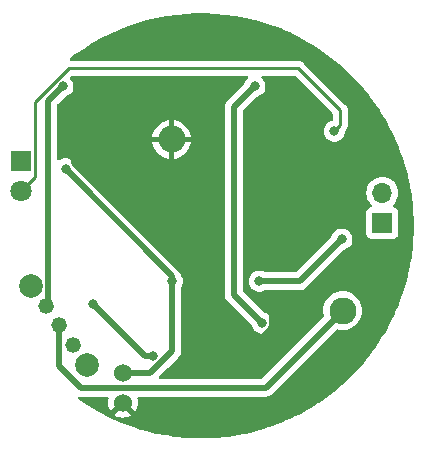
<source format=gbr>
%TF.GenerationSoftware,KiCad,Pcbnew,7.0.9*%
%TF.CreationDate,2024-04-20T20:01:19-07:00*%
%TF.ProjectId,mini_v1,6d696e69-5f76-4312-9e6b-696361645f70,rev?*%
%TF.SameCoordinates,Original*%
%TF.FileFunction,Copper,L1,Top*%
%TF.FilePolarity,Positive*%
%FSLAX46Y46*%
G04 Gerber Fmt 4.6, Leading zero omitted, Abs format (unit mm)*
G04 Created by KiCad (PCBNEW 7.0.9) date 2024-04-20 20:01:19*
%MOMM*%
%LPD*%
G01*
G04 APERTURE LIST*
%TA.AperFunction,ComponentPad*%
%ADD10C,1.800000*%
%TD*%
%TA.AperFunction,ComponentPad*%
%ADD11R,1.800000X1.800000*%
%TD*%
%TA.AperFunction,ComponentPad*%
%ADD12C,1.320800*%
%TD*%
%TA.AperFunction,ComponentPad*%
%ADD13C,2.006600*%
%TD*%
%TA.AperFunction,ComponentPad*%
%ADD14C,1.524000*%
%TD*%
%TA.AperFunction,ComponentPad*%
%ADD15C,2.280000*%
%TD*%
%TA.AperFunction,ComponentPad*%
%ADD16R,1.700000X1.700000*%
%TD*%
%TA.AperFunction,ComponentPad*%
%ADD17O,1.700000X1.700000*%
%TD*%
%TA.AperFunction,ViaPad*%
%ADD18C,0.800000*%
%TD*%
%TA.AperFunction,Conductor*%
%ADD19C,0.250000*%
%TD*%
%TA.AperFunction,Conductor*%
%ADD20C,0.500000*%
%TD*%
G04 APERTURE END LIST*
D10*
%TO.P,D1,2,A*%
%TO.N,/D2*%
X85217000Y-45212000D03*
D11*
%TO.P,D1,1,K*%
%TO.N,Net-(D1-K)*%
X85217000Y-42672000D03*
%TD*%
D12*
%TO.P,SW1,1,A*%
%TO.N,VCC*%
X87311714Y-54934939D03*
%TO.P,SW1,2,B*%
%TO.N,Net-(BT1-+)*%
X88458867Y-56573244D03*
%TO.P,SW1,3,C*%
%TO.N,unconnected-(SW1-C-Pad3)*%
X89606021Y-58211549D03*
D13*
%TO.P,SW1,4*%
%TO.N,N/C*%
X86106000Y-53213000D03*
%TO.P,SW1,5*%
X90811735Y-59933488D03*
%TD*%
D14*
%TO.P,C2,2*%
%TO.N,GND*%
X93853000Y-63119000D03*
%TO.P,C2,1*%
%TO.N,/3V3*%
X93853000Y-60579000D03*
%TD*%
D15*
%TO.P,BT1,1,+*%
%TO.N,Net-(BT1-+)*%
X112467386Y-55317386D03*
%TO.P,BT1,2,-*%
%TO.N,GND*%
X97978768Y-40828768D03*
%TD*%
D16*
%TO.P,J1,1,Pin_1*%
%TO.N,/1{slash}2 3V3*%
X115824000Y-47884000D03*
D17*
%TO.P,J1,2,Pin_2*%
%TO.N,/Piezo+*%
X115824000Y-45344000D03*
%TD*%
D18*
%TO.N,/D2*%
X111760000Y-40132000D03*
%TO.N,GND*%
X105664000Y-54356000D03*
X89718000Y-39045000D03*
%TO.N,/3V3*%
X89002071Y-43312271D03*
X98044000Y-52832000D03*
%TO.N,/1{slash}2 3V3*%
X105410000Y-52832000D03*
X112395000Y-49276000D03*
%TO.N,VCC*%
X88773000Y-36322000D03*
%TO.N,/A0*%
X105029000Y-36322000D03*
X105664000Y-56388000D03*
%TO.N,/IN2-*%
X96393000Y-59182000D03*
X91313000Y-54737000D03*
%TD*%
D19*
%TO.N,/D2*%
X85217000Y-45212000D02*
X86442000Y-43987000D01*
X86442000Y-43987000D02*
X86442000Y-37627695D01*
X112268000Y-38354000D02*
X112268000Y-39624000D01*
X86442000Y-37627695D02*
X89271695Y-34798000D01*
X89271695Y-34798000D02*
X108712000Y-34798000D01*
X108712000Y-34798000D02*
X112268000Y-38354000D01*
X112268000Y-39624000D02*
X111760000Y-40132000D01*
D20*
%TO.N,/3V3*%
X89002071Y-43312271D02*
X98044000Y-52354200D01*
X98044000Y-52354200D02*
X98044000Y-52832000D01*
%TO.N,GND*%
X104423541Y-57560541D02*
X105693541Y-57560541D01*
X105693541Y-57560541D02*
X106514000Y-56740082D01*
X106514000Y-56740082D02*
X106514000Y-55206000D01*
X89718000Y-39045000D02*
X89718000Y-42855000D01*
X89718000Y-42855000D02*
X104423541Y-57560541D01*
X106514000Y-55206000D02*
X105664000Y-54356000D01*
%TO.N,Net-(BT1-+)*%
X112467386Y-55317386D02*
X105935772Y-61849000D01*
X88458867Y-60010867D02*
X88458867Y-56573244D01*
X105935772Y-61849000D02*
X90297000Y-61849000D01*
X90297000Y-61849000D02*
X88458867Y-60010867D01*
%TO.N,/3V3*%
X98044000Y-52832000D02*
X98044000Y-58733082D01*
X98044000Y-58733082D02*
X96198082Y-60579000D01*
X96198082Y-60579000D02*
X93853000Y-60579000D01*
%TO.N,/1{slash}2 3V3*%
X108839000Y-52832000D02*
X112395000Y-49276000D01*
X105410000Y-52832000D02*
X108839000Y-52832000D01*
%TO.N,VCC*%
X88773000Y-36322000D02*
X87542000Y-37553000D01*
X87559300Y-54687353D02*
X87311714Y-54934939D01*
X87559300Y-52611023D02*
X87559300Y-54687353D01*
X87542000Y-52593723D02*
X87559300Y-52611023D01*
X87542000Y-55022650D02*
X87302171Y-55262479D01*
X87542000Y-37553000D02*
X87542000Y-52593723D01*
%TO.N,/A0*%
X105664000Y-56388000D02*
X103251000Y-53975000D01*
X103251000Y-38100000D02*
X105029000Y-36322000D01*
X103251000Y-53975000D02*
X103251000Y-38100000D01*
%TO.N,/IN2-*%
X91313000Y-54737000D02*
X95758000Y-59182000D01*
X95758000Y-59182000D02*
X96393000Y-59182000D01*
%TD*%
%TA.AperFunction,Conductor*%
%TO.N,GND*%
G36*
X100935494Y-30139504D02*
G01*
X101684919Y-30174669D01*
X101780723Y-30180333D01*
X102521732Y-30250028D01*
X102623087Y-30260843D01*
X103354539Y-30364420D01*
X103460682Y-30380846D01*
X104181382Y-30517626D01*
X104291712Y-30540081D01*
X105000442Y-30709354D01*
X105114318Y-30738191D01*
X105810016Y-30939249D01*
X105926663Y-30974728D01*
X106567183Y-31192853D01*
X106608099Y-31206787D01*
X106727013Y-31249186D01*
X107393082Y-31511457D01*
X107513532Y-31560933D01*
X108163183Y-31852612D01*
X108284524Y-31909292D01*
X108916642Y-32229508D01*
X109038270Y-32293484D01*
X109651796Y-32641339D01*
X109741989Y-32694364D01*
X109773129Y-32712671D01*
X110367075Y-33087261D01*
X110443128Y-33136949D01*
X110487414Y-33165882D01*
X111060828Y-33566279D01*
X111179613Y-33652154D01*
X111731490Y-34077339D01*
X111848187Y-34170402D01*
X112377619Y-34619369D01*
X112491639Y-34719461D01*
X112997764Y-35191184D01*
X113108551Y-35298113D01*
X113267522Y-35460856D01*
X113590532Y-35791529D01*
X113697596Y-35905110D01*
X114068273Y-36322000D01*
X114154584Y-36419072D01*
X114257440Y-36539070D01*
X114688683Y-37072463D01*
X114714904Y-37106151D01*
X114785604Y-37196987D01*
X114786861Y-37198601D01*
X115034459Y-37536051D01*
X115191621Y-37750247D01*
X115284718Y-37882280D01*
X115611559Y-38374548D01*
X115662310Y-38450987D01*
X115749869Y-38588527D01*
X116099662Y-39173091D01*
X116181330Y-39315840D01*
X116502712Y-39914990D01*
X116578131Y-40062576D01*
X116870575Y-40675081D01*
X116939398Y-40827076D01*
X117202423Y-41451696D01*
X117251621Y-41575614D01*
X117264341Y-41607651D01*
X117497484Y-42243052D01*
X117552265Y-42402622D01*
X117755131Y-43047497D01*
X117802513Y-43210155D01*
X117974766Y-43863209D01*
X118014559Y-44028528D01*
X118155890Y-44688365D01*
X118187935Y-44855922D01*
X118298112Y-45521232D01*
X118322257Y-45690458D01*
X118401091Y-46359879D01*
X118417248Y-46530374D01*
X118464599Y-47202488D01*
X118472697Y-47373773D01*
X118490465Y-48131546D01*
X118490465Y-48134452D01*
X118472697Y-48892226D01*
X118464599Y-49063511D01*
X118417248Y-49735625D01*
X118401091Y-49906120D01*
X118322257Y-50575541D01*
X118298112Y-50744767D01*
X118187935Y-51410077D01*
X118155890Y-51577634D01*
X118014559Y-52237471D01*
X117974766Y-52402790D01*
X117802513Y-53055844D01*
X117755131Y-53218502D01*
X117552265Y-53863377D01*
X117497484Y-54022947D01*
X117264341Y-54658348D01*
X117202423Y-54814303D01*
X116939398Y-55438923D01*
X116870575Y-55590918D01*
X116578131Y-56203423D01*
X116502712Y-56351009D01*
X116181330Y-56950159D01*
X116099662Y-57092908D01*
X115749869Y-57677472D01*
X115662310Y-57815012D01*
X115284720Y-58383718D01*
X115191621Y-58515752D01*
X114786868Y-59067389D01*
X114688683Y-59193536D01*
X114257440Y-59726929D01*
X114154584Y-59846927D01*
X113697598Y-60360887D01*
X113661085Y-60399624D01*
X113590532Y-60474470D01*
X113108557Y-60967880D01*
X112997764Y-61074815D01*
X112491639Y-61546538D01*
X112377619Y-61646630D01*
X111848187Y-62095597D01*
X111731490Y-62188660D01*
X111179613Y-62613845D01*
X111060828Y-62699720D01*
X110487414Y-63100117D01*
X110367075Y-63178738D01*
X109773129Y-63553328D01*
X109651780Y-63624670D01*
X109038296Y-63972501D01*
X108997474Y-63993974D01*
X108916621Y-64036502D01*
X108284534Y-64356702D01*
X108251250Y-64372250D01*
X108163160Y-64413397D01*
X107513547Y-64705060D01*
X107393066Y-64754548D01*
X106727016Y-65016812D01*
X106608099Y-65059212D01*
X105926676Y-65291267D01*
X105809973Y-65326762D01*
X105114324Y-65527806D01*
X105000436Y-65556647D01*
X104291727Y-65725915D01*
X104181325Y-65748384D01*
X103460694Y-65885151D01*
X103354502Y-65901585D01*
X102623087Y-66005156D01*
X102521715Y-66015972D01*
X101780748Y-66085664D01*
X101684881Y-66091332D01*
X100935502Y-66126495D01*
X100866011Y-66127315D01*
X100845926Y-66127553D01*
X100089287Y-66127553D01*
X100006521Y-66124619D01*
X99243965Y-66088837D01*
X99168582Y-66082591D01*
X98401338Y-66010428D01*
X98343029Y-66002810D01*
X98334154Y-66001650D01*
X98219234Y-65985377D01*
X97563293Y-65892493D01*
X97505023Y-65882061D01*
X96731729Y-65735299D01*
X96682895Y-65724153D01*
X95908442Y-65539182D01*
X95869730Y-65528400D01*
X95095267Y-65304578D01*
X95074137Y-65297603D01*
X95067269Y-65295335D01*
X94294023Y-65032011D01*
X94280951Y-65027000D01*
X94277345Y-65025617D01*
X93506446Y-64722068D01*
X93501590Y-64719937D01*
X92736998Y-64376652D01*
X92734374Y-64375399D01*
X91984140Y-63995349D01*
X91981578Y-63993974D01*
X91249991Y-63579182D01*
X91247513Y-63577700D01*
X90536128Y-63129043D01*
X90533742Y-63127459D01*
X90089022Y-62816925D01*
X90045327Y-62762406D01*
X90038043Y-62692917D01*
X90069485Y-62630522D01*
X90129668Y-62595029D01*
X90188611Y-62594602D01*
X90206333Y-62598801D01*
X90209279Y-62599500D01*
X90209288Y-62599500D01*
X90216452Y-62600338D01*
X90216444Y-62600397D01*
X90223945Y-62601164D01*
X90223951Y-62601105D01*
X90231140Y-62601734D01*
X90231144Y-62601733D01*
X90231145Y-62601734D01*
X90307918Y-62599500D01*
X92524081Y-62599500D01*
X92591120Y-62619185D01*
X92636875Y-62671989D01*
X92646819Y-62741147D01*
X92643856Y-62755594D01*
X92605425Y-62899016D01*
X92605424Y-62899023D01*
X92586179Y-63118999D01*
X92586179Y-63119000D01*
X92605424Y-63338976D01*
X92605426Y-63338986D01*
X92662575Y-63552270D01*
X92662580Y-63552284D01*
X92755899Y-63752407D01*
X92755900Y-63752409D01*
X92801258Y-63817187D01*
X93468096Y-63150349D01*
X93468051Y-63150898D01*
X93499266Y-63274162D01*
X93568813Y-63380612D01*
X93669157Y-63458713D01*
X93789422Y-63500000D01*
X93825553Y-63500000D01*
X93154811Y-64170741D01*
X93219582Y-64216094D01*
X93219592Y-64216100D01*
X93419715Y-64309419D01*
X93419729Y-64309424D01*
X93633013Y-64366573D01*
X93633023Y-64366575D01*
X93852999Y-64385821D01*
X93853001Y-64385821D01*
X94072976Y-64366575D01*
X94072986Y-64366573D01*
X94286270Y-64309424D01*
X94286284Y-64309419D01*
X94486408Y-64216100D01*
X94486420Y-64216093D01*
X94551186Y-64170742D01*
X94551187Y-64170740D01*
X93880448Y-63500000D01*
X93884569Y-63500000D01*
X93978421Y-63484339D01*
X94090251Y-63423820D01*
X94176371Y-63330269D01*
X94227448Y-63213823D01*
X94233105Y-63145551D01*
X94904741Y-63817187D01*
X94904742Y-63817186D01*
X94950093Y-63752420D01*
X94950100Y-63752408D01*
X95043419Y-63552284D01*
X95043424Y-63552270D01*
X95100573Y-63338986D01*
X95100575Y-63338976D01*
X95119821Y-63119000D01*
X95119821Y-63118999D01*
X95100575Y-62899023D01*
X95100574Y-62899016D01*
X95062144Y-62755594D01*
X95063807Y-62685744D01*
X95102969Y-62627881D01*
X95167198Y-62600377D01*
X95181919Y-62599500D01*
X105872067Y-62599500D01*
X105890037Y-62600809D01*
X105913795Y-62604289D01*
X105965840Y-62599735D01*
X105971242Y-62599500D01*
X105979476Y-62599500D01*
X105979481Y-62599500D01*
X105991099Y-62598141D01*
X106012048Y-62595693D01*
X106024800Y-62594577D01*
X106088569Y-62588999D01*
X106088577Y-62588996D01*
X106095638Y-62587539D01*
X106095650Y-62587598D01*
X106103015Y-62585965D01*
X106103001Y-62585906D01*
X106110018Y-62584241D01*
X106110027Y-62584241D01*
X106182195Y-62557974D01*
X106255106Y-62533814D01*
X106255115Y-62533807D01*
X106261654Y-62530760D01*
X106261680Y-62530816D01*
X106268462Y-62527532D01*
X106268435Y-62527478D01*
X106274878Y-62524240D01*
X106274889Y-62524237D01*
X106339055Y-62482034D01*
X106404428Y-62441712D01*
X106404434Y-62441705D01*
X106410097Y-62437229D01*
X106410134Y-62437277D01*
X106415976Y-62432518D01*
X106415936Y-62432471D01*
X106421463Y-62427832D01*
X106421468Y-62427830D01*
X106474158Y-62371981D01*
X111913679Y-56932458D01*
X111975000Y-56898975D01*
X112030305Y-56899567D01*
X112209962Y-56942699D01*
X112467386Y-56962959D01*
X112724810Y-56942699D01*
X112975896Y-56882419D01*
X113214461Y-56783602D01*
X113434630Y-56648683D01*
X113630982Y-56480982D01*
X113798683Y-56284630D01*
X113933602Y-56064461D01*
X114032419Y-55825896D01*
X114092699Y-55574810D01*
X114112959Y-55317386D01*
X114092699Y-55059962D01*
X114032419Y-54808876D01*
X113933602Y-54570311D01*
X113798683Y-54350142D01*
X113630982Y-54153790D01*
X113434630Y-53986089D01*
X113214461Y-53851170D01*
X113214460Y-53851169D01*
X113214456Y-53851167D01*
X112975898Y-53752354D01*
X112975900Y-53752354D01*
X112975896Y-53752353D01*
X112975892Y-53752352D01*
X112975886Y-53752350D01*
X112724813Y-53692073D01*
X112467386Y-53671813D01*
X112209958Y-53692073D01*
X111958885Y-53752350D01*
X111958873Y-53752354D01*
X111720315Y-53851167D01*
X111500141Y-53986089D01*
X111303790Y-54153790D01*
X111136089Y-54350141D01*
X111001167Y-54570315D01*
X110902354Y-54808873D01*
X110902350Y-54808885D01*
X110842073Y-55059958D01*
X110821813Y-55317386D01*
X110842073Y-55574812D01*
X110858410Y-55642858D01*
X110875756Y-55715112D01*
X110885204Y-55754463D01*
X110881713Y-55824245D01*
X110852311Y-55871091D01*
X105661223Y-61062181D01*
X105599900Y-61095666D01*
X105573542Y-61098500D01*
X97039312Y-61098500D01*
X96972273Y-61078815D01*
X96926518Y-61026011D01*
X96916574Y-60956853D01*
X96945599Y-60893297D01*
X96951631Y-60886819D01*
X97692901Y-60145548D01*
X98529638Y-59308809D01*
X98543267Y-59297032D01*
X98562530Y-59282692D01*
X98562532Y-59282688D01*
X98562534Y-59282688D01*
X98580663Y-59261081D01*
X98596113Y-59242667D01*
X98599767Y-59238681D01*
X98605589Y-59232860D01*
X98625928Y-59207136D01*
X98637340Y-59193536D01*
X98675302Y-59148296D01*
X98675304Y-59148291D01*
X98679272Y-59142261D01*
X98679323Y-59142294D01*
X98683369Y-59135942D01*
X98683317Y-59135910D01*
X98687109Y-59129761D01*
X98687111Y-59129759D01*
X98719569Y-59060151D01*
X98754040Y-58991515D01*
X98754043Y-58991499D01*
X98756510Y-58984726D01*
X98756568Y-58984747D01*
X98759043Y-58977628D01*
X98758985Y-58977609D01*
X98761256Y-58970754D01*
X98776784Y-58895549D01*
X98794500Y-58820802D01*
X98795339Y-58813630D01*
X98795397Y-58813636D01*
X98796164Y-58806138D01*
X98796104Y-58806133D01*
X98796733Y-58798942D01*
X98794500Y-58722185D01*
X98794500Y-53366321D01*
X98811113Y-53304321D01*
X98871179Y-53200284D01*
X98929674Y-53020256D01*
X98949460Y-52832000D01*
X98929674Y-52643744D01*
X98871179Y-52463716D01*
X98810292Y-52358257D01*
X98794518Y-52310653D01*
X98794500Y-52310498D01*
X98794500Y-52310491D01*
X98790693Y-52277924D01*
X98783999Y-52201403D01*
X98783999Y-52201401D01*
X98782539Y-52194329D01*
X98782597Y-52194316D01*
X98780965Y-52186957D01*
X98780906Y-52186972D01*
X98779242Y-52179953D01*
X98779241Y-52179945D01*
X98752974Y-52107776D01*
X98728814Y-52034866D01*
X98728809Y-52034859D01*
X98725760Y-52028318D01*
X98725815Y-52028291D01*
X98722533Y-52021513D01*
X98722480Y-52021540D01*
X98719235Y-52015080D01*
X98677028Y-51950908D01*
X98636710Y-51885542D01*
X98632234Y-51879882D01*
X98632281Y-51879844D01*
X98627519Y-51873999D01*
X98627474Y-51874038D01*
X98622834Y-51868508D01*
X98566964Y-51815796D01*
X89914841Y-43163673D01*
X89884592Y-43114312D01*
X89829250Y-42943987D01*
X89734604Y-42780055D01*
X89607942Y-42639383D01*
X89547073Y-42595159D01*
X89454805Y-42528122D01*
X89454800Y-42528119D01*
X89281878Y-42451128D01*
X89281873Y-42451126D01*
X89136072Y-42420136D01*
X89096717Y-42411771D01*
X88907425Y-42411771D01*
X88874968Y-42418669D01*
X88722268Y-42451126D01*
X88722263Y-42451128D01*
X88549341Y-42528119D01*
X88549337Y-42528122D01*
X88489384Y-42571680D01*
X88423578Y-42595159D01*
X88355524Y-42579333D01*
X88306830Y-42529227D01*
X88292500Y-42471361D01*
X88292500Y-41078769D01*
X96353372Y-41078769D01*
X96353950Y-41086109D01*
X96414212Y-41337123D01*
X96414212Y-41337124D01*
X96512996Y-41575611D01*
X96512998Y-41575614D01*
X96647875Y-41795713D01*
X96647879Y-41795718D01*
X96815527Y-41992008D01*
X97011817Y-42159656D01*
X97011822Y-42159660D01*
X97231921Y-42294537D01*
X97231924Y-42294539D01*
X97470412Y-42393323D01*
X97721426Y-42453585D01*
X97728766Y-42454163D01*
X97728768Y-42454162D01*
X97728768Y-41550570D01*
X97889937Y-41588768D01*
X98023035Y-41588768D01*
X98155229Y-41573317D01*
X98228768Y-41546550D01*
X98228768Y-42454162D01*
X98228769Y-42454163D01*
X98236109Y-42453585D01*
X98487123Y-42393323D01*
X98487124Y-42393323D01*
X98725611Y-42294539D01*
X98725614Y-42294537D01*
X98945713Y-42159660D01*
X98945718Y-42159656D01*
X99142008Y-41992008D01*
X99309656Y-41795718D01*
X99309660Y-41795713D01*
X99444537Y-41575614D01*
X99444539Y-41575611D01*
X99543323Y-41337124D01*
X99543323Y-41337123D01*
X99603585Y-41086109D01*
X99604163Y-41078769D01*
X99604162Y-41078768D01*
X98697251Y-41078768D01*
X98732317Y-40961639D01*
X98742647Y-40784277D01*
X98711797Y-40609314D01*
X98698621Y-40578768D01*
X99604162Y-40578768D01*
X99604163Y-40578766D01*
X99603585Y-40571426D01*
X99543323Y-40320412D01*
X99543323Y-40320411D01*
X99444539Y-40081924D01*
X99444537Y-40081921D01*
X99309660Y-39861822D01*
X99309656Y-39861817D01*
X99142008Y-39665527D01*
X98945718Y-39497879D01*
X98945713Y-39497875D01*
X98725614Y-39362998D01*
X98725611Y-39362996D01*
X98487123Y-39264212D01*
X98236113Y-39203951D01*
X98228768Y-39203372D01*
X98228768Y-40106965D01*
X98067599Y-40068768D01*
X97934501Y-40068768D01*
X97802307Y-40084219D01*
X97728768Y-40110985D01*
X97728768Y-39203372D01*
X97721422Y-39203951D01*
X97470412Y-39264212D01*
X97470411Y-39264212D01*
X97231924Y-39362996D01*
X97231921Y-39362998D01*
X97011822Y-39497875D01*
X97011817Y-39497879D01*
X96815527Y-39665527D01*
X96647879Y-39861817D01*
X96647875Y-39861822D01*
X96512998Y-40081921D01*
X96512996Y-40081924D01*
X96414212Y-40320411D01*
X96414212Y-40320412D01*
X96353950Y-40571426D01*
X96353372Y-40578766D01*
X96353374Y-40578768D01*
X97260285Y-40578768D01*
X97225219Y-40695897D01*
X97214889Y-40873259D01*
X97245739Y-41048222D01*
X97258915Y-41078768D01*
X96353374Y-41078768D01*
X96353372Y-41078769D01*
X88292500Y-41078769D01*
X88292500Y-37915229D01*
X88312185Y-37848190D01*
X88328815Y-37827552D01*
X88925771Y-37230595D01*
X88987092Y-37197112D01*
X88987448Y-37197034D01*
X89052803Y-37183144D01*
X89225730Y-37106151D01*
X89378871Y-36994888D01*
X89505533Y-36854216D01*
X89600179Y-36690284D01*
X89658674Y-36510256D01*
X89678460Y-36322000D01*
X89658674Y-36133744D01*
X89600179Y-35953716D01*
X89505533Y-35789784D01*
X89422689Y-35697777D01*
X89392460Y-35634787D01*
X89401085Y-35565452D01*
X89427154Y-35527130D01*
X89494469Y-35459816D01*
X89555792Y-35426333D01*
X89582148Y-35423500D01*
X104352025Y-35423500D01*
X104419064Y-35443185D01*
X104464819Y-35495989D01*
X104474763Y-35565147D01*
X104445738Y-35628703D01*
X104424909Y-35647819D01*
X104423128Y-35649112D01*
X104296466Y-35789785D01*
X104201821Y-35953715D01*
X104201819Y-35953719D01*
X104146478Y-36124041D01*
X104116228Y-36173403D01*
X102765358Y-37524272D01*
X102751729Y-37536051D01*
X102732468Y-37550390D01*
X102698898Y-37590397D01*
X102695253Y-37594376D01*
X102689409Y-37600222D01*
X102669059Y-37625959D01*
X102619695Y-37684789D01*
X102615729Y-37690819D01*
X102615682Y-37690788D01*
X102611630Y-37697147D01*
X102611679Y-37697177D01*
X102607889Y-37703321D01*
X102575424Y-37772941D01*
X102540960Y-37841566D01*
X102538488Y-37848357D01*
X102538432Y-37848336D01*
X102535960Y-37855450D01*
X102536015Y-37855469D01*
X102533742Y-37862327D01*
X102525975Y-37899946D01*
X102518207Y-37937565D01*
X102511094Y-37967579D01*
X102500498Y-38012286D01*
X102499661Y-38019454D01*
X102499601Y-38019447D01*
X102498835Y-38026945D01*
X102498895Y-38026951D01*
X102498265Y-38034140D01*
X102500500Y-38110916D01*
X102500500Y-53911294D01*
X102499191Y-53929263D01*
X102495710Y-53953025D01*
X102500264Y-54005064D01*
X102500500Y-54010470D01*
X102500500Y-54018709D01*
X102504306Y-54051274D01*
X102511000Y-54127791D01*
X102512461Y-54134867D01*
X102512403Y-54134878D01*
X102514034Y-54142237D01*
X102514092Y-54142224D01*
X102515757Y-54149250D01*
X102542025Y-54221424D01*
X102566185Y-54294331D01*
X102569236Y-54300874D01*
X102569182Y-54300898D01*
X102572470Y-54307688D01*
X102572521Y-54307663D01*
X102575761Y-54314113D01*
X102575762Y-54314114D01*
X102575763Y-54314117D01*
X102589448Y-54334924D01*
X102617965Y-54378283D01*
X102658287Y-54443655D01*
X102662766Y-54449319D01*
X102662719Y-54449356D01*
X102667482Y-54455202D01*
X102667528Y-54455164D01*
X102672173Y-54460700D01*
X102728018Y-54513386D01*
X103744229Y-55529597D01*
X104751228Y-56536595D01*
X104781478Y-56585958D01*
X104836818Y-56756277D01*
X104836821Y-56756284D01*
X104931467Y-56920216D01*
X105031185Y-57030964D01*
X105058129Y-57060888D01*
X105211265Y-57172148D01*
X105211270Y-57172151D01*
X105384192Y-57249142D01*
X105384197Y-57249144D01*
X105569354Y-57288500D01*
X105569355Y-57288500D01*
X105758644Y-57288500D01*
X105758646Y-57288500D01*
X105943803Y-57249144D01*
X106116730Y-57172151D01*
X106269871Y-57060888D01*
X106396533Y-56920216D01*
X106491179Y-56756284D01*
X106549674Y-56576256D01*
X106569460Y-56388000D01*
X106549674Y-56199744D01*
X106491179Y-56019716D01*
X106396533Y-55855784D01*
X106269871Y-55715112D01*
X106269870Y-55715111D01*
X106116734Y-55603851D01*
X106116729Y-55603848D01*
X105943807Y-55526857D01*
X105943803Y-55526856D01*
X105878669Y-55513011D01*
X105817188Y-55479818D01*
X105816770Y-55479402D01*
X104037819Y-53700451D01*
X104004334Y-53639128D01*
X104001500Y-53612770D01*
X104001500Y-52832000D01*
X104504540Y-52832000D01*
X104524326Y-53020256D01*
X104524327Y-53020259D01*
X104582818Y-53200277D01*
X104582821Y-53200284D01*
X104677467Y-53364216D01*
X104768244Y-53465034D01*
X104804129Y-53504888D01*
X104957265Y-53616148D01*
X104957270Y-53616151D01*
X105130192Y-53693142D01*
X105130197Y-53693144D01*
X105315354Y-53732500D01*
X105315355Y-53732500D01*
X105504644Y-53732500D01*
X105504646Y-53732500D01*
X105689803Y-53693144D01*
X105862730Y-53616151D01*
X105867384Y-53612770D01*
X105876452Y-53606182D01*
X105942258Y-53582702D01*
X105949337Y-53582500D01*
X108775295Y-53582500D01*
X108793265Y-53583809D01*
X108817023Y-53587289D01*
X108869068Y-53582735D01*
X108874470Y-53582500D01*
X108882704Y-53582500D01*
X108882709Y-53582500D01*
X108894327Y-53581141D01*
X108915276Y-53578693D01*
X108928028Y-53577577D01*
X108991797Y-53571999D01*
X108991805Y-53571996D01*
X108998866Y-53570539D01*
X108998878Y-53570598D01*
X109006243Y-53568965D01*
X109006229Y-53568906D01*
X109013246Y-53567241D01*
X109013255Y-53567241D01*
X109085423Y-53540974D01*
X109158334Y-53516814D01*
X109158343Y-53516807D01*
X109164882Y-53513760D01*
X109164908Y-53513816D01*
X109171690Y-53510532D01*
X109171663Y-53510478D01*
X109178106Y-53507240D01*
X109178117Y-53507237D01*
X109242283Y-53465034D01*
X109307656Y-53424712D01*
X109307662Y-53424705D01*
X109313325Y-53420229D01*
X109313362Y-53420277D01*
X109319204Y-53415518D01*
X109319164Y-53415471D01*
X109324691Y-53410832D01*
X109324696Y-53410830D01*
X109377386Y-53354981D01*
X112547770Y-50184595D01*
X112609091Y-50151112D01*
X112609427Y-50151039D01*
X112674803Y-50137144D01*
X112847730Y-50060151D01*
X113000871Y-49948888D01*
X113127533Y-49808216D01*
X113222179Y-49644284D01*
X113280674Y-49464256D01*
X113300460Y-49276000D01*
X113280674Y-49087744D01*
X113222179Y-48907716D01*
X113127533Y-48743784D01*
X113000871Y-48603112D01*
X113000870Y-48603111D01*
X112847734Y-48491851D01*
X112847729Y-48491848D01*
X112674807Y-48414857D01*
X112674802Y-48414855D01*
X112529001Y-48383865D01*
X112489646Y-48375500D01*
X112300354Y-48375500D01*
X112267897Y-48382398D01*
X112115197Y-48414855D01*
X112115192Y-48414857D01*
X111942270Y-48491848D01*
X111942265Y-48491851D01*
X111789129Y-48603111D01*
X111662466Y-48743785D01*
X111567821Y-48907715D01*
X111567819Y-48907719D01*
X111512478Y-49078041D01*
X111482228Y-49127403D01*
X108564451Y-52045181D01*
X108503128Y-52078666D01*
X108476770Y-52081500D01*
X105949337Y-52081500D01*
X105882298Y-52061815D01*
X105876452Y-52057818D01*
X105862734Y-52047851D01*
X105862729Y-52047848D01*
X105689807Y-51970857D01*
X105689802Y-51970855D01*
X105544001Y-51939865D01*
X105504646Y-51931500D01*
X105315354Y-51931500D01*
X105282897Y-51938398D01*
X105130197Y-51970855D01*
X105130192Y-51970857D01*
X104957270Y-52047848D01*
X104957265Y-52047851D01*
X104804129Y-52159111D01*
X104677466Y-52299785D01*
X104582821Y-52463715D01*
X104582818Y-52463722D01*
X104524327Y-52643740D01*
X104524326Y-52643744D01*
X104504540Y-52832000D01*
X104001500Y-52832000D01*
X104001500Y-45344000D01*
X114468341Y-45344000D01*
X114488936Y-45579403D01*
X114488938Y-45579413D01*
X114550094Y-45807655D01*
X114550096Y-45807659D01*
X114550097Y-45807663D01*
X114649965Y-46021830D01*
X114649967Y-46021834D01*
X114687302Y-46075153D01*
X114785501Y-46215396D01*
X114785506Y-46215402D01*
X114907430Y-46337326D01*
X114940915Y-46398649D01*
X114935931Y-46468341D01*
X114894059Y-46524274D01*
X114863083Y-46541189D01*
X114731669Y-46590203D01*
X114731664Y-46590206D01*
X114616455Y-46676452D01*
X114616452Y-46676455D01*
X114530206Y-46791664D01*
X114530202Y-46791671D01*
X114479908Y-46926517D01*
X114473501Y-46986116D01*
X114473501Y-46986123D01*
X114473500Y-46986135D01*
X114473500Y-48781870D01*
X114473501Y-48781876D01*
X114479908Y-48841483D01*
X114530202Y-48976328D01*
X114530206Y-48976335D01*
X114616452Y-49091544D01*
X114616455Y-49091547D01*
X114731664Y-49177793D01*
X114731671Y-49177797D01*
X114866517Y-49228091D01*
X114866516Y-49228091D01*
X114873444Y-49228835D01*
X114926127Y-49234500D01*
X116721872Y-49234499D01*
X116781483Y-49228091D01*
X116916331Y-49177796D01*
X117031546Y-49091546D01*
X117117796Y-48976331D01*
X117168091Y-48841483D01*
X117174500Y-48781873D01*
X117174499Y-46986128D01*
X117168091Y-46926517D01*
X117117796Y-46791669D01*
X117117795Y-46791668D01*
X117117793Y-46791664D01*
X117031547Y-46676455D01*
X117031544Y-46676452D01*
X116916335Y-46590206D01*
X116916328Y-46590202D01*
X116784917Y-46541189D01*
X116728983Y-46499318D01*
X116704566Y-46433853D01*
X116719418Y-46365580D01*
X116740563Y-46337332D01*
X116862495Y-46215401D01*
X116998035Y-46021830D01*
X117097903Y-45807663D01*
X117159063Y-45579408D01*
X117179659Y-45344000D01*
X117159063Y-45108592D01*
X117097903Y-44880337D01*
X116998035Y-44666171D01*
X116862495Y-44472599D01*
X116862494Y-44472597D01*
X116695402Y-44305506D01*
X116695395Y-44305501D01*
X116501834Y-44169967D01*
X116501830Y-44169965D01*
X116465571Y-44153057D01*
X116287663Y-44070097D01*
X116287659Y-44070096D01*
X116287655Y-44070094D01*
X116059413Y-44008938D01*
X116059403Y-44008936D01*
X115824001Y-43988341D01*
X115823999Y-43988341D01*
X115588596Y-44008936D01*
X115588586Y-44008938D01*
X115360344Y-44070094D01*
X115360335Y-44070098D01*
X115146171Y-44169964D01*
X115146169Y-44169965D01*
X114952597Y-44305505D01*
X114785505Y-44472597D01*
X114649965Y-44666169D01*
X114649964Y-44666171D01*
X114550098Y-44880335D01*
X114550094Y-44880344D01*
X114488938Y-45108586D01*
X114488936Y-45108596D01*
X114468341Y-45343999D01*
X114468341Y-45344000D01*
X104001500Y-45344000D01*
X104001500Y-38462229D01*
X104021185Y-38395190D01*
X104037814Y-38374552D01*
X105181771Y-37230595D01*
X105243092Y-37197112D01*
X105243448Y-37197034D01*
X105308803Y-37183144D01*
X105481730Y-37106151D01*
X105634871Y-36994888D01*
X105761533Y-36854216D01*
X105856179Y-36690284D01*
X105914674Y-36510256D01*
X105934460Y-36322000D01*
X105914674Y-36133744D01*
X105856179Y-35953716D01*
X105761533Y-35789784D01*
X105634871Y-35649112D01*
X105633090Y-35647818D01*
X105632309Y-35646805D01*
X105630042Y-35644764D01*
X105630415Y-35644349D01*
X105590424Y-35592490D01*
X105584444Y-35522876D01*
X105617050Y-35461081D01*
X105677888Y-35426723D01*
X105705975Y-35423500D01*
X108401548Y-35423500D01*
X108468587Y-35443185D01*
X108489229Y-35459819D01*
X111606181Y-38576771D01*
X111639666Y-38638094D01*
X111642500Y-38664452D01*
X111642500Y-39135944D01*
X111622815Y-39202983D01*
X111570011Y-39248738D01*
X111544282Y-39257234D01*
X111480196Y-39270856D01*
X111480192Y-39270857D01*
X111307270Y-39347848D01*
X111307265Y-39347851D01*
X111154129Y-39459111D01*
X111027466Y-39599785D01*
X110932821Y-39763715D01*
X110932818Y-39763722D01*
X110874327Y-39943740D01*
X110874326Y-39943744D01*
X110854540Y-40132000D01*
X110874326Y-40320256D01*
X110874327Y-40320259D01*
X110932818Y-40500277D01*
X110932821Y-40500284D01*
X111027467Y-40664216D01*
X111055993Y-40695897D01*
X111154129Y-40804888D01*
X111307265Y-40916148D01*
X111307270Y-40916151D01*
X111480192Y-40993142D01*
X111480197Y-40993144D01*
X111665354Y-41032500D01*
X111665355Y-41032500D01*
X111854644Y-41032500D01*
X111854646Y-41032500D01*
X112039803Y-40993144D01*
X112212730Y-40916151D01*
X112365871Y-40804888D01*
X112492533Y-40664216D01*
X112587179Y-40500284D01*
X112645674Y-40320256D01*
X112663170Y-40153783D01*
X112689755Y-40089170D01*
X112696100Y-40081861D01*
X112717227Y-40059364D01*
X112727671Y-40048918D01*
X112738120Y-40038471D01*
X112742379Y-40032978D01*
X112746152Y-40028561D01*
X112778062Y-39994582D01*
X112787713Y-39977024D01*
X112798396Y-39960761D01*
X112810673Y-39944936D01*
X112829185Y-39902153D01*
X112831738Y-39896941D01*
X112854197Y-39856092D01*
X112859180Y-39836680D01*
X112865481Y-39818280D01*
X112873437Y-39799896D01*
X112880729Y-39753852D01*
X112881906Y-39748171D01*
X112893500Y-39703019D01*
X112893500Y-39682983D01*
X112895027Y-39663582D01*
X112898160Y-39643804D01*
X112893775Y-39597418D01*
X112893500Y-39591580D01*
X112893500Y-38436737D01*
X112895224Y-38421123D01*
X112894938Y-38421096D01*
X112895672Y-38413333D01*
X112893500Y-38344202D01*
X112893500Y-38314651D01*
X112893500Y-38314650D01*
X112892629Y-38307759D01*
X112892172Y-38301945D01*
X112890709Y-38255374D01*
X112890709Y-38255372D01*
X112885120Y-38236137D01*
X112881174Y-38217084D01*
X112878664Y-38197208D01*
X112861501Y-38153859D01*
X112859614Y-38148346D01*
X112846617Y-38103610D01*
X112846616Y-38103608D01*
X112836421Y-38086369D01*
X112827860Y-38068893D01*
X112820486Y-38050269D01*
X112820486Y-38050267D01*
X112803545Y-38026951D01*
X112793083Y-38012550D01*
X112789900Y-38007705D01*
X112766170Y-37967579D01*
X112766165Y-37967573D01*
X112752005Y-37953413D01*
X112739370Y-37938620D01*
X112727593Y-37922412D01*
X112691693Y-37892713D01*
X112687381Y-37888790D01*
X109212803Y-34414212D01*
X109202980Y-34401950D01*
X109202759Y-34402134D01*
X109197786Y-34396123D01*
X109147364Y-34348773D01*
X109136919Y-34338328D01*
X109126475Y-34327883D01*
X109120986Y-34323625D01*
X109116561Y-34319847D01*
X109082582Y-34287938D01*
X109082580Y-34287936D01*
X109082577Y-34287935D01*
X109065029Y-34278288D01*
X109048763Y-34267604D01*
X109032933Y-34255325D01*
X108990168Y-34236818D01*
X108984922Y-34234248D01*
X108944093Y-34211803D01*
X108944092Y-34211802D01*
X108924693Y-34206822D01*
X108906281Y-34200518D01*
X108887898Y-34192562D01*
X108887892Y-34192560D01*
X108841874Y-34185272D01*
X108836152Y-34184087D01*
X108791021Y-34172500D01*
X108791019Y-34172500D01*
X108770984Y-34172500D01*
X108751586Y-34170973D01*
X108744162Y-34169797D01*
X108731805Y-34167840D01*
X108731804Y-34167840D01*
X108685416Y-34172225D01*
X108679578Y-34172500D01*
X89491117Y-34172500D01*
X89424078Y-34152815D01*
X89378323Y-34100011D01*
X89368379Y-34030853D01*
X89397404Y-33967297D01*
X89415433Y-33950276D01*
X89841878Y-33621727D01*
X89844148Y-33620062D01*
X90533771Y-33138519D01*
X90536098Y-33136975D01*
X91247544Y-32688280D01*
X91249960Y-32686835D01*
X91981585Y-32272021D01*
X91984107Y-32270667D01*
X92734391Y-31890591D01*
X92736967Y-31889361D01*
X93501590Y-31546062D01*
X93502227Y-31545782D01*
X93506429Y-31543938D01*
X94277378Y-31240369D01*
X94293998Y-31233997D01*
X95067324Y-30970646D01*
X95095242Y-30961428D01*
X95869760Y-30737590D01*
X95908428Y-30726820D01*
X96682914Y-30541842D01*
X96731711Y-30530704D01*
X97505071Y-30383929D01*
X97563274Y-30373509D01*
X98334235Y-30264337D01*
X98401319Y-30255573D01*
X99168658Y-30183401D01*
X99243938Y-30177163D01*
X100006542Y-30141379D01*
X100089287Y-30138447D01*
X100845926Y-30138447D01*
X100935494Y-30139504D01*
G37*
%TD.AperFunction*%
%TD*%
M02*

</source>
